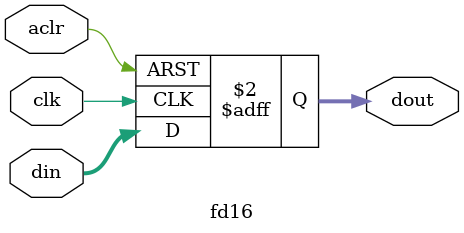
<source format=v>
module fd16(input[15:0] din,input clk,input aclr,output reg[15:0] dout);


always @(posedge clk, posedge aclr)
begin
	if(aclr)dout <= 0;
		else dout <= din;
end

endmodule
		
</source>
